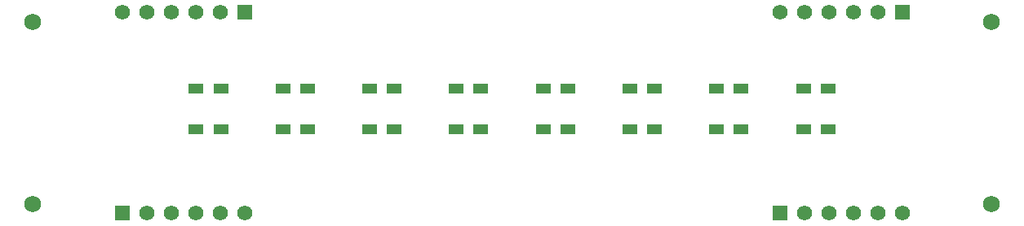
<source format=gbs>
G04*
G04 #@! TF.GenerationSoftware,Altium Limited,Altium Designer,24.0.1 (36)*
G04*
G04 Layer_Color=16711935*
%FSLAX44Y44*%
%MOMM*%
G71*
G04*
G04 #@! TF.SameCoordinates,3286AFAA-96A6-431E-A46C-018934649B0F*
G04*
G04*
G04 #@! TF.FilePolarity,Negative*
G04*
G01*
G75*
%ADD13C,1.5700*%
%ADD14R,1.5700X1.5700*%
%ADD15C,1.7272*%
%ADD17R,1.5500X1.0000*%
D13*
X269700Y40600D02*
D03*
X244300D02*
D03*
X218900D02*
D03*
X193500D02*
D03*
X168100D02*
D03*
X825100Y249400D02*
D03*
X850500D02*
D03*
X875900D02*
D03*
X901300D02*
D03*
X926700D02*
D03*
X142700D02*
D03*
X168100D02*
D03*
X193500D02*
D03*
X218900D02*
D03*
X244300D02*
D03*
X850500Y40600D02*
D03*
X875900D02*
D03*
X901300D02*
D03*
X926700D02*
D03*
X952100D02*
D03*
D14*
X142700D02*
D03*
X952100Y249400D02*
D03*
X269700D02*
D03*
X825100Y40600D02*
D03*
D15*
X50000Y240000D02*
D03*
Y50000D02*
D03*
X1044800Y240000D02*
D03*
Y50000D02*
D03*
D17*
X605150Y170000D02*
D03*
X579650D02*
D03*
X605150Y128000D02*
D03*
X579650D02*
D03*
X695150Y170000D02*
D03*
X669650D02*
D03*
X695150Y128000D02*
D03*
X669650D02*
D03*
X785150Y170000D02*
D03*
X759650D02*
D03*
X785150Y128000D02*
D03*
X759650D02*
D03*
X875150Y170000D02*
D03*
X849650D02*
D03*
X875150Y128000D02*
D03*
X849650D02*
D03*
X245150Y170000D02*
D03*
X219650D02*
D03*
X245150Y128000D02*
D03*
X219650D02*
D03*
X335150Y170000D02*
D03*
X309650D02*
D03*
X335150Y128000D02*
D03*
X309650D02*
D03*
X425150Y170000D02*
D03*
X399650D02*
D03*
X425150Y128000D02*
D03*
X399650D02*
D03*
X515150Y170000D02*
D03*
X489650D02*
D03*
X515150Y128000D02*
D03*
X489650D02*
D03*
M02*

</source>
